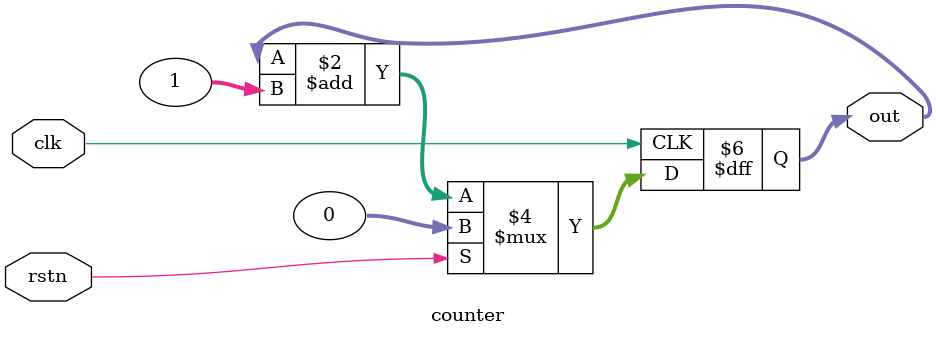
<source format=v>
/* verilator lint_off UNUSED */
    module counter (input clk,      // Declare input port for the clock to allow counter to count up  
                      input rstn,              // Declare input port for the reset to allow the counter to be reset to 0 when required  
                      output reg[31:0] out);    // Declare 4-bit output port to get the counter values  
      

      always @ (posedge clk) begin  
        if ( rstn)  
          out <= 0;  
        else  
          out <= out + 1;  
      end  
    endmodule  

</source>
